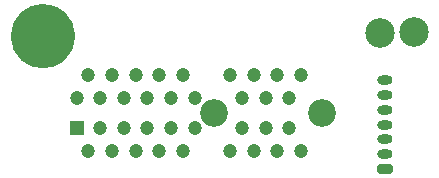
<source format=gbr>
%TF.GenerationSoftware,KiCad,Pcbnew,8.0.3*%
%TF.CreationDate,2024-06-23T17:04:57+02:00*%
%TF.ProjectId,Interface,496e7465-7266-4616-9365-2e6b69636164,rev?*%
%TF.SameCoordinates,Original*%
%TF.FileFunction,Soldermask,Bot*%
%TF.FilePolarity,Negative*%
%FSLAX46Y46*%
G04 Gerber Fmt 4.6, Leading zero omitted, Abs format (unit mm)*
G04 Created by KiCad (PCBNEW 8.0.3) date 2024-06-23 17:04:57*
%MOMM*%
%LPD*%
G01*
G04 APERTURE LIST*
G04 Aperture macros list*
%AMRoundRect*
0 Rectangle with rounded corners*
0 $1 Rounding radius*
0 $2 $3 $4 $5 $6 $7 $8 $9 X,Y pos of 4 corners*
0 Add a 4 corners polygon primitive as box body*
4,1,4,$2,$3,$4,$5,$6,$7,$8,$9,$2,$3,0*
0 Add four circle primitives for the rounded corners*
1,1,$1+$1,$2,$3*
1,1,$1+$1,$4,$5*
1,1,$1+$1,$6,$7*
1,1,$1+$1,$8,$9*
0 Add four rect primitives between the rounded corners*
20,1,$1+$1,$2,$3,$4,$5,0*
20,1,$1+$1,$4,$5,$6,$7,0*
20,1,$1+$1,$6,$7,$8,$9,0*
20,1,$1+$1,$8,$9,$2,$3,0*%
G04 Aperture macros list end*
%ADD10C,2.750000*%
%ADD11C,2.500000*%
%ADD12C,3.200000*%
%ADD13C,2.350000*%
%ADD14R,1.200000X1.200000*%
%ADD15C,1.200000*%
%ADD16RoundRect,0.200000X0.450000X-0.200000X0.450000X0.200000X-0.450000X0.200000X-0.450000X-0.200000X0*%
%ADD17O,1.300000X0.800000*%
G04 APERTURE END LIST*
D10*
X103875000Y-77500000D02*
G75*
G02*
X101125000Y-77500000I-1375000J0D01*
G01*
X101125000Y-77500000D02*
G75*
G02*
X103875000Y-77500000I1375000J0D01*
G01*
D11*
%TO.C,TP2*%
X133875000Y-77175000D03*
%TD*%
%TO.C,TP1*%
X131000000Y-77200000D03*
%TD*%
D12*
%TO.C,H1*%
X102500000Y-77500000D03*
%TD*%
D13*
%TO.C,J2*%
X126150000Y-84000000D03*
X117000000Y-84000000D03*
D14*
X105350000Y-85250000D03*
D15*
X106350000Y-87250000D03*
X107350000Y-85250000D03*
X108350000Y-87250000D03*
X109350000Y-85250000D03*
X110350000Y-87250000D03*
X111350000Y-85250000D03*
X112350000Y-87250000D03*
X113350000Y-85250000D03*
X114350000Y-87250000D03*
X115350000Y-85250000D03*
X118350000Y-87250000D03*
X119350000Y-85250000D03*
X120350000Y-87250000D03*
X121350000Y-85250000D03*
X122350000Y-87250000D03*
X123350000Y-85250000D03*
X124350000Y-87250000D03*
X105350000Y-82750000D03*
X106350000Y-80750000D03*
X107350000Y-82750000D03*
X108350000Y-80750000D03*
X109350000Y-82750000D03*
X110350000Y-80750000D03*
X111350000Y-82750000D03*
X112350000Y-80750000D03*
X113350000Y-82750000D03*
X114350000Y-80750000D03*
X115350000Y-82750000D03*
X118350000Y-80750000D03*
X119350000Y-82750000D03*
X120350000Y-80750000D03*
X121350000Y-82750000D03*
X122350000Y-80750000D03*
X123350000Y-82750000D03*
X124350000Y-80750000D03*
%TD*%
D16*
%TO.C,J1*%
X131500000Y-88750000D03*
D17*
X131500000Y-87500000D03*
X131500000Y-86250000D03*
X131500000Y-85000000D03*
X131500000Y-83750000D03*
X131500000Y-82500000D03*
X131500000Y-81250000D03*
%TD*%
M02*

</source>
